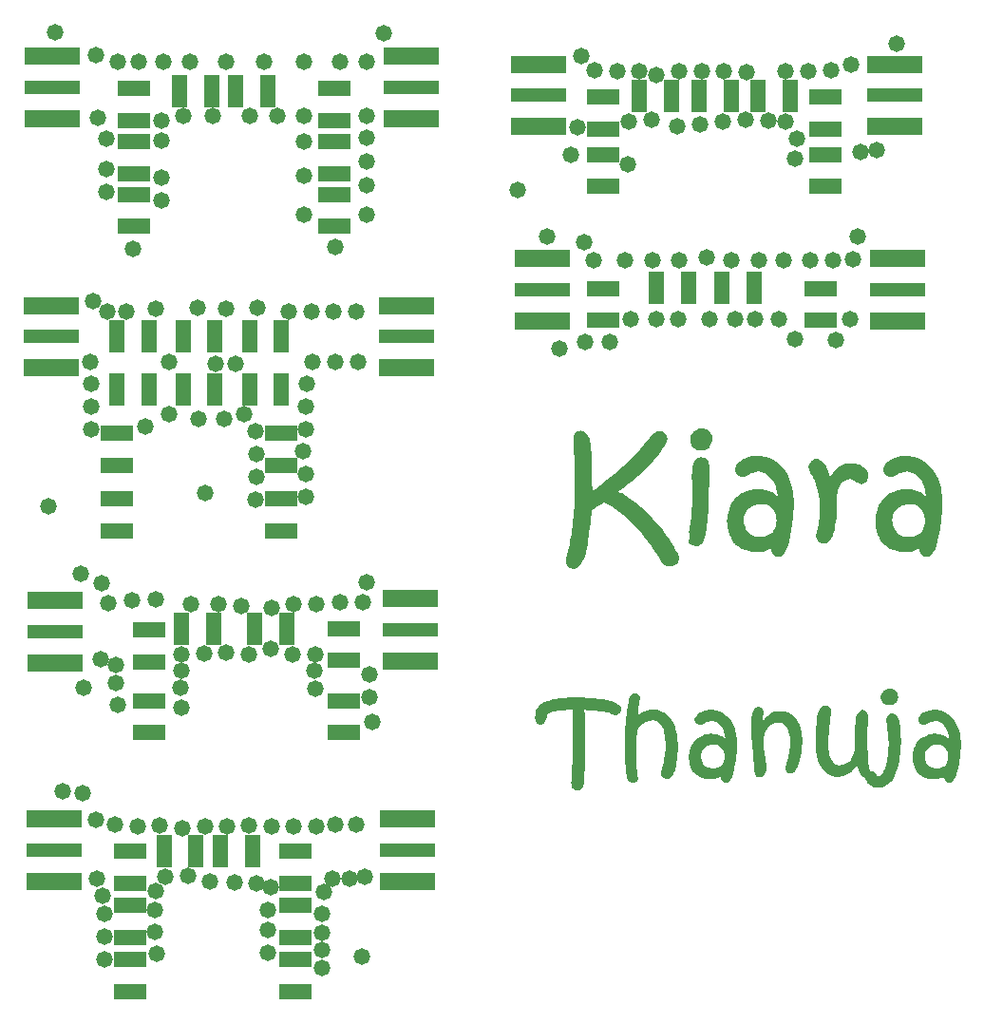
<source format=gbr>
%TF.GenerationSoftware,Altium Limited,Altium Designer,20.0.10 (225)*%
G04 Layer_Color=8388736*
%FSLAX26Y26*%
%MOIN*%
%TF.FileFunction,Soldermask,Top*%
%TF.Part,CustomerPanel*%
G01*
G75*
%TA.AperFunction,SMDPad,CuDef*%
%ADD12R,0.196850X0.062992*%
%ADD13R,0.196850X0.047244*%
%TA.AperFunction,ConnectorPad*%
%ADD16R,0.196850X0.047244*%
%ADD17R,0.196850X0.062992*%
%TA.AperFunction,ViaPad*%
%ADD21C,0.058000*%
%TA.AperFunction,SMDPad,CuDef*%
%ADD24R,0.114299X0.057213*%
%ADD25R,0.057213X0.114299*%
G36*
X2691869Y2299778D02*
X2695805Y2299122D01*
X2699742Y2297809D01*
X2704335Y2295841D01*
X2708927Y2293217D01*
X2712864Y2289280D01*
X2713520Y2288624D01*
X2714832Y2287312D01*
X2716144Y2285344D01*
X2718113Y2282063D01*
X2720081Y2278126D01*
X2722049Y2273534D01*
X2722706Y2267629D01*
X2723362Y2261724D01*
Y2261068D01*
Y2259756D01*
Y2257787D01*
X2722706Y2255819D01*
X2721393Y2249258D01*
X2718113Y2242041D01*
X2713520Y2234168D01*
X2710240Y2230887D01*
X2706303Y2228263D01*
X2701710Y2225639D01*
X2696461Y2223670D01*
X2690557Y2222358D01*
X2683340Y2221702D01*
X2680715D01*
X2677435Y2222358D01*
X2673498Y2223014D01*
X2669561Y2224326D01*
X2664969Y2226295D01*
X2660376Y2228919D01*
X2655783Y2232856D01*
X2655127Y2233512D01*
X2654471Y2234824D01*
X2652503Y2237448D01*
X2650535Y2240729D01*
X2648566Y2244665D01*
X2647254Y2249258D01*
X2645942Y2253851D01*
X2645286Y2259756D01*
Y2260412D01*
Y2262380D01*
X2645942Y2265661D01*
X2646598Y2269597D01*
X2647910Y2274190D01*
X2650535Y2278783D01*
X2653159Y2283375D01*
X2657095Y2287968D01*
X2657752Y2288624D01*
X2659064Y2289936D01*
X2661688Y2291905D01*
X2664969Y2294529D01*
X2669561Y2296497D01*
X2674154Y2298466D01*
X2680059Y2299778D01*
X2685964Y2300434D01*
X2688588D01*
X2691869Y2299778D01*
D02*
G37*
G36*
X3095370Y2192177D02*
X3100619Y2189553D01*
X3103900Y2187585D01*
X3107180Y2184960D01*
X3111117Y2181680D01*
X3115053Y2177087D01*
X3118334Y2171838D01*
X3122270Y2165934D01*
X3125551Y2158060D01*
X3129488Y2149531D01*
X3132768Y2139689D01*
X3135392Y2128536D01*
Y2129192D01*
X3136705Y2130504D01*
X3138017Y2133128D01*
X3139329Y2136409D01*
X3145234Y2144282D01*
X3153107Y2153468D01*
X3162949Y2161997D01*
X3168854Y2166590D01*
X3176071Y2169870D01*
X3183288Y2173151D01*
X3191161Y2175775D01*
X3200346Y2177087D01*
X3209532Y2177743D01*
X3214124D01*
X3218717Y2177087D01*
X3225278Y2176431D01*
X3231839Y2174463D01*
X3239712Y2172494D01*
X3246929Y2169214D01*
X3253490Y2164621D01*
X3254146Y2163965D01*
X3256115Y2161997D01*
X3259395Y2159372D01*
X3262676Y2155436D01*
X3265300Y2150843D01*
X3268581Y2145594D01*
X3270549Y2139033D01*
X3271205Y2131816D01*
Y2131160D01*
Y2129848D01*
X3270549Y2127880D01*
Y2125255D01*
X3267925Y2118694D01*
X3266613Y2115414D01*
X3263988Y2112133D01*
X3262676Y2110821D01*
X3259395Y2108197D01*
X3253490Y2105572D01*
X3250210Y2104916D01*
X3246273Y2104260D01*
X3244961D01*
X3241025Y2105572D01*
X3234464Y2108197D01*
X3230527Y2110165D01*
X3226590Y2113445D01*
X3225934Y2114102D01*
X3224622Y2114758D01*
X3222654Y2116070D01*
X3220029Y2118038D01*
X3213468Y2121319D01*
X3210188Y2121975D01*
X3207564Y2122631D01*
X3204283D01*
X3200346Y2121319D01*
X3195098Y2120006D01*
X3189849Y2118038D01*
X3183944Y2114102D01*
X3178039Y2109509D01*
X3172790Y2102948D01*
X3172134Y2102292D01*
X3170822Y2099667D01*
X3168854Y2095075D01*
X3166229Y2089170D01*
X3163605Y2081953D01*
X3161637Y2072767D01*
X3160324Y2062270D01*
X3159668Y2050460D01*
Y2017655D01*
Y2016999D01*
Y2015031D01*
Y2012406D01*
Y2008469D01*
X3159012Y2003877D01*
Y1998628D01*
X3158356Y1985506D01*
X3157044Y1971728D01*
X3154419Y1956638D01*
X3151795Y1942203D01*
X3147858Y1929081D01*
Y1928425D01*
X3147202Y1927769D01*
X3145890Y1923833D01*
X3142610Y1918584D01*
X3139329Y1912679D01*
X3134080Y1906118D01*
X3128831Y1900869D01*
X3122271Y1896932D01*
X3118990Y1896276D01*
X3115053Y1895620D01*
X3113741D01*
X3110461Y1896276D01*
X3106524Y1896932D01*
X3101275Y1898901D01*
X3096026Y1902181D01*
X3092090Y1907430D01*
X3088809Y1913991D01*
X3087497Y1923177D01*
Y1924489D01*
X3088153Y1926457D01*
Y1929081D01*
X3088809Y1933674D01*
X3090122Y1939579D01*
X3092090Y1946796D01*
X3094058Y1956638D01*
Y1957294D01*
X3094714Y1957950D01*
X3095370Y1961230D01*
X3096683Y1967135D01*
X3097995Y1974352D01*
X3099307Y1982226D01*
X3099963Y1991411D01*
X3101275Y2000596D01*
Y2009782D01*
Y2010438D01*
Y2013062D01*
Y2016343D01*
Y2020935D01*
X3100619Y2026840D01*
X3099963Y2033401D01*
Y2041274D01*
X3098651Y2049148D01*
X3096683Y2066862D01*
X3092746Y2084577D01*
X3088153Y2102948D01*
X3081592Y2119350D01*
Y2120006D01*
X3080936Y2121319D01*
X3079624Y2122631D01*
X3077656Y2125911D01*
X3075687Y2129848D01*
X3072407Y2135753D01*
X3067814Y2143626D01*
Y2144282D01*
X3066502Y2146251D01*
X3065846Y2148219D01*
X3064534Y2151499D01*
X3061909Y2158716D01*
X3061253Y2162653D01*
X3060597Y2165934D01*
Y2166590D01*
Y2167902D01*
X3061253Y2169214D01*
X3061909Y2171838D01*
X3064534Y2177743D01*
X3066502Y2181024D01*
X3069782Y2184304D01*
X3070439Y2184960D01*
X3071095Y2185617D01*
X3073063Y2186929D01*
X3075687Y2188897D01*
X3082248Y2191521D01*
X3086185Y2192177D01*
X3090122Y2192834D01*
X3091434D01*
X3095370Y2192177D01*
D02*
G37*
G36*
X3416859Y2202675D02*
X3424733Y2201363D01*
X3433918Y2198738D01*
X3444416Y2194802D01*
X3456225Y2189553D01*
X3468035Y2182992D01*
X3479189Y2173807D01*
X3490999Y2162653D01*
X3496247Y2156092D01*
X3501496Y2148875D01*
X3506089Y2141002D01*
X3510682Y2132472D01*
X3515274Y2123287D01*
X3518555Y2113445D01*
X3521835Y2102292D01*
X3525116Y2090482D01*
X3527084Y2078016D01*
X3529052Y2064238D01*
X3529709Y2049804D01*
X3530365Y2034714D01*
Y2034057D01*
Y2031433D01*
Y2028152D01*
Y2022904D01*
X3529709Y2016343D01*
X3529052Y2009126D01*
X3528396Y2000596D01*
X3527740Y1990755D01*
X3527084Y1980257D01*
X3525116Y1969103D01*
X3523804Y1957294D01*
X3521835Y1944828D01*
X3516587Y1918584D01*
X3510026Y1890371D01*
Y1889715D01*
X3509369Y1888403D01*
X3508713Y1886435D01*
X3508057Y1883811D01*
X3505433Y1877249D01*
X3501496Y1870032D01*
X3496904Y1862159D01*
X3490999Y1855598D01*
X3487062Y1852974D01*
X3483782Y1851005D01*
X3479845Y1849693D01*
X3475252Y1849037D01*
X3473940D01*
X3471316Y1849693D01*
X3467379Y1850349D01*
X3462786Y1852974D01*
X3457538Y1856254D01*
X3453601Y1861503D01*
X3450977Y1868720D01*
X3449664Y1872657D01*
Y1877906D01*
Y1878562D01*
Y1879218D01*
X3447040Y1877906D01*
X3443103Y1875281D01*
X3437198Y1873313D01*
X3429981Y1870688D01*
X3422108Y1868064D01*
X3412923Y1866752D01*
X3402425Y1866096D01*
X3397832D01*
X3393896Y1866752D01*
X3389959D01*
X3384711Y1867408D01*
X3373557Y1869376D01*
X3361091Y1873313D01*
X3347969Y1877906D01*
X3335503Y1885123D01*
X3328942Y1889059D01*
X3323693Y1894308D01*
Y1894964D01*
X3322381Y1895620D01*
X3321069Y1897589D01*
X3319101Y1899557D01*
X3314508Y1906118D01*
X3309915Y1915303D01*
X3304666Y1926457D01*
X3300074Y1940235D01*
X3296793Y1955982D01*
X3296137Y1965167D01*
X3295481Y1974352D01*
Y1975008D01*
Y1976321D01*
Y1979601D01*
X3296137Y1982882D01*
Y1987474D01*
X3296793Y1992067D01*
X3299418Y2003877D01*
X3302698Y2016999D01*
X3307947Y2030777D01*
X3315820Y2043899D01*
X3320413Y2050460D01*
X3325662Y2056365D01*
X3326318Y2057021D01*
X3326974Y2057677D01*
X3328942Y2058989D01*
X3331566Y2060957D01*
X3334191Y2063582D01*
X3338127Y2066206D01*
X3347313Y2072111D01*
X3359123Y2077360D01*
X3372901Y2082609D01*
X3389303Y2085889D01*
X3397832Y2087202D01*
X3411611D01*
X3414235Y2086545D01*
X3422108Y2085889D01*
X3431950Y2083921D01*
X3443103Y2080640D01*
X3453601Y2075392D01*
X3464099Y2068831D01*
X3473284Y2059645D01*
Y2060957D01*
Y2063582D01*
X3472628Y2067519D01*
X3471316Y2073423D01*
X3470003Y2079984D01*
X3468691Y2087858D01*
X3466067Y2095731D01*
X3462786Y2104260D01*
X3459506Y2112133D01*
X3454913Y2120006D01*
X3449008Y2127880D01*
X3442447Y2134441D01*
X3435230Y2140346D01*
X3426045Y2144282D01*
X3416203Y2147563D01*
X3405050Y2148219D01*
X3402425D01*
X3399801Y2147563D01*
X3395864Y2146907D01*
X3391271Y2146251D01*
X3386023Y2144282D01*
X3380118Y2142314D01*
X3373557Y2139033D01*
X3372901Y2138377D01*
X3370932Y2137721D01*
X3367652Y2136409D01*
X3364371Y2134441D01*
X3356498Y2131160D01*
X3352562Y2130504D01*
X3349937Y2129848D01*
X3347969D01*
X3346001Y2130504D01*
X3343376Y2131160D01*
X3337471Y2133128D01*
X3334191Y2135097D01*
X3330910Y2137721D01*
Y2138377D01*
X3329598Y2139033D01*
X3328286Y2141002D01*
X3326974Y2143626D01*
X3324349Y2149531D01*
X3323693Y2153468D01*
X3323037Y2157404D01*
Y2158060D01*
X3323693Y2160685D01*
X3324349Y2163965D01*
X3326318Y2167902D01*
X3328942Y2173151D01*
X3333535Y2178399D01*
X3339439Y2184304D01*
X3347313Y2189553D01*
X3348625Y2190209D01*
X3351905Y2191521D01*
X3356498Y2194146D01*
X3363715Y2196770D01*
X3372244Y2199395D01*
X3382086Y2202019D01*
X3393240Y2203331D01*
X3405050Y2203987D01*
X3410298D01*
X3416859Y2202675D01*
D02*
G37*
G36*
X2895916Y2202675D02*
X2903789Y2201363D01*
X2912974Y2198738D01*
X2923472Y2194802D01*
X2935282Y2189553D01*
X2947092Y2182992D01*
X2958245Y2173807D01*
X2970055Y2162653D01*
X2975304Y2156092D01*
X2980553Y2148875D01*
X2985146Y2141002D01*
X2989738Y2132472D01*
X2994331Y2123287D01*
X2997611Y2113445D01*
X3000892Y2102292D01*
X3004173Y2090482D01*
X3006141Y2078016D01*
X3008109Y2064238D01*
X3008765Y2049804D01*
X3009421Y2034713D01*
Y2034057D01*
Y2031433D01*
Y2028152D01*
Y2022904D01*
X3008765Y2016343D01*
X3008109Y2009126D01*
X3007453Y2000596D01*
X3006797Y1990755D01*
X3006141Y1980257D01*
X3004173Y1969103D01*
X3002860Y1957294D01*
X3000892Y1944828D01*
X2995643Y1918584D01*
X2989082Y1890371D01*
Y1889715D01*
X2988426Y1888403D01*
X2987770Y1886435D01*
X2987114Y1883810D01*
X2984490Y1877249D01*
X2980553Y1870032D01*
X2975960Y1862159D01*
X2970055Y1855598D01*
X2966119Y1852974D01*
X2962838Y1851005D01*
X2958902Y1849693D01*
X2954309Y1849037D01*
X2952997D01*
X2950372Y1849693D01*
X2946436Y1850349D01*
X2941843Y1852974D01*
X2936594Y1856254D01*
X2932658Y1861503D01*
X2930033Y1868720D01*
X2928721Y1872657D01*
Y1877906D01*
Y1878562D01*
Y1879218D01*
X2926097Y1877906D01*
X2922160Y1875281D01*
X2916255Y1873313D01*
X2909038Y1870688D01*
X2901165Y1868064D01*
X2891979Y1866752D01*
X2881482Y1866096D01*
X2876889D01*
X2872952Y1866752D01*
X2869016D01*
X2863767Y1867408D01*
X2852613Y1869376D01*
X2840148Y1873313D01*
X2827026Y1877906D01*
X2814560Y1885123D01*
X2807999Y1889059D01*
X2802750Y1894308D01*
Y1894964D01*
X2801438Y1895620D01*
X2800125Y1897589D01*
X2798157Y1899557D01*
X2793564Y1906118D01*
X2788972Y1915303D01*
X2783723Y1926457D01*
X2779130Y1940235D01*
X2775850Y1955981D01*
X2775194Y1965167D01*
X2774537Y1974352D01*
Y1975008D01*
Y1976321D01*
Y1979601D01*
X2775194Y1982881D01*
Y1987474D01*
X2775850Y1992067D01*
X2778474Y2003877D01*
X2781755Y2016999D01*
X2787003Y2030777D01*
X2794877Y2043899D01*
X2799469Y2050460D01*
X2804718Y2056365D01*
X2805374Y2057021D01*
X2806030Y2057677D01*
X2807999Y2058989D01*
X2810623Y2060957D01*
X2813247Y2063582D01*
X2817184Y2066206D01*
X2826369Y2072111D01*
X2838179Y2077360D01*
X2851957Y2082609D01*
X2868360Y2085889D01*
X2876889Y2087201D01*
X2890667D01*
X2893292Y2086545D01*
X2901165Y2085889D01*
X2911006Y2083921D01*
X2922160Y2080640D01*
X2932658Y2075392D01*
X2943155Y2068831D01*
X2952341Y2059645D01*
Y2060957D01*
Y2063582D01*
X2951684Y2067518D01*
X2950372Y2073423D01*
X2949060Y2079984D01*
X2947748Y2087858D01*
X2945124Y2095731D01*
X2941843Y2104260D01*
X2938562Y2112133D01*
X2933970Y2120006D01*
X2928065Y2127880D01*
X2921504Y2134441D01*
X2914287Y2140345D01*
X2905101Y2144282D01*
X2895260Y2147563D01*
X2884106Y2148219D01*
X2881482D01*
X2878857Y2147563D01*
X2874921Y2146907D01*
X2870328Y2146250D01*
X2865079Y2144282D01*
X2859174Y2142314D01*
X2852613Y2139033D01*
X2851957Y2138377D01*
X2849989Y2137721D01*
X2846709Y2136409D01*
X2843428Y2134441D01*
X2835555Y2131160D01*
X2831618Y2130504D01*
X2828994Y2129848D01*
X2827026D01*
X2825057Y2130504D01*
X2822433Y2131160D01*
X2816528Y2133128D01*
X2813247Y2135097D01*
X2809967Y2137721D01*
Y2138377D01*
X2808655Y2139033D01*
X2807343Y2141002D01*
X2806030Y2143626D01*
X2803406Y2149531D01*
X2802750Y2153468D01*
X2802094Y2157404D01*
Y2158060D01*
X2802750Y2160685D01*
X2803406Y2163965D01*
X2805374Y2167902D01*
X2807999Y2173151D01*
X2812591Y2178399D01*
X2818496Y2184304D01*
X2826369Y2189553D01*
X2827682Y2190209D01*
X2830962Y2191521D01*
X2835555Y2194146D01*
X2842772Y2196770D01*
X2851301Y2199394D01*
X2861143Y2202019D01*
X2872296Y2203331D01*
X2884106Y2203987D01*
X2889355D01*
X2895916Y2202675D01*
D02*
G37*
G36*
X2689244Y2198082D02*
X2693837Y2196770D01*
X2699086Y2194802D01*
X2703679Y2190865D01*
X2708271Y2184960D01*
X2710240Y2181680D01*
X2711552Y2177087D01*
X2712864Y2172494D01*
Y2166590D01*
Y2165933D01*
Y2164621D01*
Y2162653D01*
Y2160028D01*
Y2156748D01*
X2712864Y2152155D01*
Y2141658D01*
Y2129192D01*
X2712208Y2114758D01*
Y2099011D01*
X2711552Y2081953D01*
X2710896Y2064238D01*
X2710240Y2045867D01*
X2708271Y2009126D01*
X2706959Y1990755D01*
X2705647Y1973696D01*
X2703679Y1957950D01*
X2701710Y1943515D01*
Y1942203D01*
X2701054Y1938923D01*
X2699742Y1933674D01*
X2699086Y1927769D01*
X2697774Y1921208D01*
X2695805Y1915303D01*
X2694493Y1909398D01*
X2692525Y1905462D01*
X2691869Y1904806D01*
X2691213Y1902837D01*
X2688588Y1899557D01*
X2685964Y1896276D01*
X2682027Y1892996D01*
X2677435Y1889715D01*
X2672186Y1887747D01*
X2665625Y1887091D01*
X2663657D01*
X2661032Y1887747D01*
X2658408Y1888403D01*
X2651847Y1890371D01*
X2647910Y1892340D01*
X2644630Y1894964D01*
Y1895620D01*
X2643318Y1896276D01*
X2641349Y1900213D01*
X2640693Y1903493D01*
X2640037Y1906774D01*
X2640693Y1910710D01*
X2642005Y1914647D01*
X2642661Y1915303D01*
X2643318Y1916615D01*
X2643974Y1918584D01*
Y1921208D01*
Y1925145D01*
X2642661Y1929737D01*
X2640693Y1934986D01*
Y1935642D01*
X2641349Y1938267D01*
X2642661Y1942203D01*
X2643318Y1947452D01*
X2644630Y1954669D01*
X2645942Y1962542D01*
X2647254Y1971728D01*
X2648566Y1981569D01*
Y1982225D01*
Y1983538D01*
X2649222Y1985506D01*
Y1988130D01*
Y1991411D01*
X2649878Y1995347D01*
X2650535Y2005189D01*
X2651191Y2017655D01*
X2651847Y2031433D01*
X2652503Y2047179D01*
Y2064238D01*
Y2064894D01*
Y2067518D01*
Y2072111D01*
Y2077360D01*
Y2083921D01*
Y2091138D01*
X2651847Y2099011D01*
Y2107541D01*
Y2108853D01*
Y2111477D01*
Y2114758D01*
Y2119350D01*
X2651191Y2123943D01*
Y2127880D01*
Y2131160D01*
Y2132472D01*
Y2133128D01*
Y2133785D01*
Y2138377D01*
X2651847Y2144282D01*
Y2151499D01*
X2652503Y2158716D01*
X2653815Y2166590D01*
X2655127Y2173151D01*
X2657095Y2178399D01*
X2657752Y2179055D01*
X2658408Y2181680D01*
X2660376Y2184960D01*
X2663000Y2188897D01*
X2666937Y2192177D01*
X2671530Y2195458D01*
X2677435Y2198082D01*
X2684652Y2198738D01*
X2685964D01*
X2689244Y2198082D01*
D02*
G37*
G36*
X2266060Y2291248D02*
X2270653Y2289280D01*
X2277214Y2285343D01*
X2280494Y2282063D01*
X2283119Y2278782D01*
X2286399Y2274190D01*
X2289023Y2268941D01*
X2292304Y2262380D01*
X2294272Y2255163D01*
X2296240Y2246634D01*
X2297553Y2236792D01*
Y2235480D01*
Y2234168D01*
X2298209Y2231543D01*
Y2227607D01*
Y2222358D01*
X2298865Y2216453D01*
Y2208580D01*
X2299521Y2199394D01*
Y2188897D01*
X2300177Y2175775D01*
X2300833Y2161341D01*
X2300833Y2144282D01*
X2301489Y2125255D01*
Y2103604D01*
X2302146Y2092450D01*
Y2079984D01*
X2303458Y2080640D01*
X2306738Y2083265D01*
X2312643Y2087857D01*
X2320516Y2093106D01*
X2329702Y2100323D01*
X2340855Y2108853D01*
X2352665Y2118694D01*
X2365787Y2129192D01*
X2380221Y2141001D01*
X2394655Y2153467D01*
X2409746Y2167245D01*
X2424836Y2181024D01*
X2455017Y2211204D01*
X2469451Y2226951D01*
X2483229Y2243353D01*
Y2244009D01*
X2484541Y2244665D01*
X2487166Y2248602D01*
X2491758Y2253851D01*
X2497007Y2259756D01*
X2502256Y2266317D01*
X2506849Y2271566D01*
X2510785Y2276158D01*
X2512097Y2277470D01*
X2512753Y2278126D01*
X2513410Y2278783D01*
X2514722Y2280095D01*
X2517346Y2282063D01*
X2519971Y2284688D01*
X2523907Y2286656D01*
X2528500Y2288624D01*
X2533093Y2289936D01*
X2538341Y2290592D01*
X2539654D01*
X2542278Y2289936D01*
X2546871Y2289280D01*
X2552119Y2287312D01*
X2556712Y2284031D01*
X2561305Y2279439D01*
X2563929Y2272878D01*
X2565242Y2264348D01*
Y2263692D01*
Y2261724D01*
X2563929Y2258443D01*
X2562617Y2253851D01*
X2559993Y2247946D01*
X2556056Y2240073D01*
X2550807Y2231543D01*
X2544246Y2221046D01*
X2535061Y2208580D01*
X2523907Y2194802D01*
X2517346Y2187585D01*
X2510129Y2179711D01*
X2501600Y2171838D01*
X2493070Y2163309D01*
X2483885Y2154124D01*
X2474044Y2144282D01*
X2462890Y2134441D01*
X2451080Y2124599D01*
X2438614Y2113445D01*
X2424836Y2102292D01*
X2410402Y2090482D01*
X2394656Y2078672D01*
X2395312Y2078016D01*
X2397280Y2077360D01*
X2401217Y2074735D01*
X2405809Y2072111D01*
X2411714Y2068831D01*
X2418275Y2064238D01*
X2425492Y2059645D01*
X2434022Y2053740D01*
X2443207Y2047179D01*
X2452392Y2040618D01*
X2472075Y2024216D01*
X2492414Y2005845D01*
X2512754Y1985506D01*
X2513410Y1984850D01*
X2514722Y1983538D01*
X2517346Y1980913D01*
X2519971Y1976977D01*
X2523907Y1973040D01*
X2528500Y1967791D01*
X2533093Y1961886D01*
X2538341Y1955981D01*
X2549495Y1942203D01*
X2561305Y1926457D01*
X2572459Y1910710D01*
X2582956Y1894308D01*
Y1893652D01*
X2584269Y1892996D01*
X2584925Y1891027D01*
X2586893Y1888403D01*
X2590173Y1882498D01*
X2594766Y1874625D01*
X2598703Y1866752D01*
X2602639Y1858879D01*
X2605264Y1851005D01*
X2605920Y1845101D01*
Y1844444D01*
Y1843132D01*
X2605264Y1840508D01*
X2604608Y1837883D01*
X2601983Y1831322D01*
X2600015Y1827386D01*
X2596734Y1824105D01*
X2596078Y1823449D01*
X2595422Y1822793D01*
X2593454Y1821481D01*
X2590829Y1819513D01*
X2583612Y1816232D01*
X2579020Y1815576D01*
X2574427Y1814920D01*
X2571803D01*
X2569178Y1815576D01*
X2565898Y1816232D01*
X2561961Y1817544D01*
X2558024Y1819513D01*
X2554088Y1822137D01*
X2550807Y1825418D01*
X2550151Y1826074D01*
X2549495Y1827386D01*
X2546871Y1830010D01*
X2544246Y1834603D01*
X2540310Y1839852D01*
X2535061Y1847069D01*
X2529156Y1856254D01*
X2521939Y1867408D01*
Y1868064D01*
X2521283Y1868720D01*
X2518659Y1872657D01*
X2514722Y1879218D01*
X2509473Y1886435D01*
X2503568Y1894964D01*
X2497007Y1904149D01*
X2491102Y1912679D01*
X2484541Y1921208D01*
X2483885Y1922520D01*
X2481261Y1925145D01*
X2477980Y1929081D01*
X2472731Y1934986D01*
X2466171Y1942203D01*
X2458953Y1950076D01*
X2450424Y1958606D01*
X2440583Y1968447D01*
X2430741Y1978289D01*
X2419587Y1988130D01*
X2395312Y2007813D01*
X2382846Y2016999D01*
X2369724Y2026184D01*
X2356602Y2034057D01*
X2342824Y2041274D01*
X2341512Y2040618D01*
X2338231Y2037994D01*
X2333638Y2034713D01*
X2327733Y2030777D01*
X2320516Y2026184D01*
X2313299Y2021591D01*
X2306738Y2016999D01*
X2300177Y2013062D01*
Y2011750D01*
X2299521Y2008469D01*
Y2003220D01*
X2298865Y1996003D01*
X2297553Y1986818D01*
X2296897Y1976976D01*
X2295584Y1965823D01*
X2294272Y1954013D01*
X2290992Y1928425D01*
X2287711Y1902837D01*
X2285743Y1890371D01*
X2283119Y1878562D01*
X2281150Y1868064D01*
X2278526Y1858222D01*
Y1857566D01*
X2277870Y1856254D01*
X2277214Y1853630D01*
X2275901Y1850349D01*
X2272621Y1841820D01*
X2268028Y1832634D01*
X2262123Y1823449D01*
X2254250Y1814920D01*
X2250314Y1811639D01*
X2245721Y1809015D01*
X2240472Y1807703D01*
X2235223Y1807047D01*
X2233255D01*
X2231287Y1807703D01*
X2228662Y1808359D01*
X2222757Y1810983D01*
X2219477Y1812951D01*
X2216852Y1815576D01*
Y1816232D01*
X2215540Y1816888D01*
X2213572Y1820825D01*
X2210948Y1827386D01*
X2210291Y1831322D01*
X2209635Y1835259D01*
Y1835915D01*
Y1836571D01*
Y1838539D01*
X2210291Y1840508D01*
Y1843788D01*
X2210948Y1847725D01*
X2211604Y1852318D01*
X2212916Y1857566D01*
Y1858222D01*
X2213572Y1860847D01*
X2214884Y1864127D01*
X2216196Y1868064D01*
X2218165Y1875937D01*
X2219477Y1879218D01*
X2220133Y1881842D01*
Y1883154D01*
X2220789Y1885779D01*
X2222101Y1891027D01*
X2223414Y1898245D01*
X2224726Y1906774D01*
X2226694Y1916615D01*
X2228662Y1928425D01*
X2230631Y1942203D01*
X2232599Y1956637D01*
X2234567Y1972384D01*
X2236535Y1989442D01*
X2237848Y2007157D01*
X2239160Y2026184D01*
X2240472Y2045867D01*
X2241128Y2066206D01*
Y2087201D01*
Y2087857D01*
Y2089826D01*
Y2093106D01*
Y2097043D01*
Y2102292D01*
Y2108197D01*
Y2114758D01*
Y2122631D01*
X2240472Y2131160D01*
Y2139689D01*
X2239816Y2159372D01*
X2239160Y2179711D01*
X2238504Y2201363D01*
Y2202019D01*
Y2203987D01*
Y2206611D01*
X2237848Y2210548D01*
Y2214485D01*
Y2219733D01*
X2237191Y2230231D01*
X2236535Y2240729D01*
Y2245977D01*
Y2249914D01*
X2235879Y2253851D01*
Y2256475D01*
Y2258443D01*
Y2259099D01*
Y2259756D01*
Y2260412D01*
Y2264348D01*
Y2269597D01*
X2237191Y2275502D01*
X2239816Y2281407D01*
X2244409Y2286656D01*
X2247033Y2288624D01*
X2250970Y2290592D01*
X2255562Y2291248D01*
X2260811Y2291905D01*
X2262123D01*
X2266060Y2291248D01*
D02*
G37*
G36*
X3350143Y1386288D02*
X3354881Y1385340D01*
X3360567Y1383445D01*
X3365779Y1379654D01*
X3368148Y1377759D01*
X3370517Y1374916D01*
X3372412Y1371600D01*
X3373833Y1367809D01*
X3374781Y1363545D01*
X3375255Y1358333D01*
Y1357860D01*
Y1356438D01*
X3374781Y1354069D01*
X3374307Y1351226D01*
X3372886Y1347910D01*
X3371464Y1344119D01*
X3369095Y1340329D01*
X3366252Y1337012D01*
X3365779Y1336539D01*
X3364831Y1335591D01*
X3362936Y1334170D01*
X3360093Y1332748D01*
X3356776Y1331327D01*
X3352986Y1329905D01*
X3348722Y1328958D01*
X3343984Y1328484D01*
X3342089D01*
X3340193Y1328958D01*
X3337351Y1329432D01*
X3334034Y1330379D01*
X3330717Y1331801D01*
X3326927Y1333696D01*
X3323137Y1336539D01*
X3322663Y1337012D01*
X3321715Y1337960D01*
X3320294Y1339855D01*
X3318399Y1342224D01*
X3316503Y1345067D01*
X3315082Y1348384D01*
X3314134Y1351700D01*
X3313661Y1355491D01*
Y1355964D01*
Y1357860D01*
X3314134Y1360229D01*
X3314608Y1363071D01*
X3316030Y1366862D01*
X3317451Y1370652D01*
X3319820Y1374443D01*
X3322663Y1377759D01*
X3323137Y1378233D01*
X3324558Y1379181D01*
X3326453Y1380602D01*
X3329296Y1382497D01*
X3332613Y1383919D01*
X3336403Y1385340D01*
X3340667Y1386288D01*
X3345405Y1386761D01*
X3348248D01*
X3350143Y1386288D01*
D02*
G37*
G36*
X2261351Y1355490D02*
X2271301D01*
X2283146Y1354543D01*
X2296412Y1353595D01*
X2310626Y1352648D01*
X2325314Y1350752D01*
X2339528Y1348857D01*
X2353742Y1346014D01*
X2367008Y1342698D01*
X2378853Y1338908D01*
X2384065Y1336539D01*
X2388803Y1334169D01*
X2393067Y1331327D01*
X2396858Y1328484D01*
X2399700Y1325641D01*
X2401596Y1322324D01*
X2403017Y1319008D01*
X2403491Y1315217D01*
Y1314744D01*
Y1313796D01*
X2403017Y1312375D01*
X2402543Y1310006D01*
X2400648Y1305268D01*
X2399227Y1302425D01*
X2396858Y1300056D01*
X2396384Y1299582D01*
X2395910Y1299108D01*
X2394489Y1298161D01*
X2392593Y1296739D01*
X2387855Y1294370D01*
X2385486Y1293897D01*
X2382644Y1293423D01*
X2381696D01*
X2379327Y1293897D01*
X2375063Y1294844D01*
X2370325Y1296739D01*
X2369851D01*
X2368903Y1297213D01*
X2366534Y1298634D01*
X2365113Y1299582D01*
X2364639Y1300056D01*
X2364165Y1300530D01*
X2365113Y1301003D01*
X2364639D01*
X2363692Y1301477D01*
X2362270D01*
X2359901Y1302425D01*
X2356585Y1302899D01*
X2352794Y1303372D01*
X2348530Y1304320D01*
X2343318Y1305268D01*
X2337633Y1306215D01*
X2330526Y1306689D01*
X2323419Y1307637D01*
X2315364Y1308584D01*
X2306362Y1309532D01*
X2296412Y1310479D01*
X2285988Y1311427D01*
X2274617Y1312375D01*
Y1311427D01*
Y1308584D01*
Y1304794D01*
X2275091Y1299108D01*
Y1292475D01*
X2275565Y1284420D01*
Y1276366D01*
X2276039Y1266890D01*
X2276039Y1247464D01*
X2276512Y1228038D01*
X2276986Y1218562D01*
Y1209560D01*
Y1201505D01*
Y1193925D01*
Y1192977D01*
Y1190608D01*
Y1186818D01*
Y1181132D01*
Y1174973D01*
Y1167392D01*
X2276512Y1158863D01*
Y1149387D01*
X2276039Y1139438D01*
Y1129488D01*
X2275091Y1107693D01*
X2274144Y1085424D01*
X2273670Y1075001D01*
X2272722Y1064577D01*
Y1063630D01*
Y1061734D01*
X2272248Y1058418D01*
X2271774Y1054627D01*
X2269879Y1046099D01*
X2268458Y1042309D01*
X2267037Y1038992D01*
X2266563Y1038518D01*
X2266089Y1037571D01*
X2264668Y1035675D01*
X2262772Y1034254D01*
X2259930Y1032359D01*
X2257087Y1030464D01*
X2253296Y1029516D01*
X2249032Y1029042D01*
X2248084D01*
X2245715Y1029516D01*
X2242399Y1030464D01*
X2238608Y1032359D01*
X2234818Y1035675D01*
X2232923Y1038044D01*
X2231501Y1040413D01*
X2230080Y1043730D01*
X2229133Y1047047D01*
X2228659Y1051311D01*
X2228185Y1056049D01*
Y1056996D01*
Y1058892D01*
X2228659Y1060787D01*
Y1062682D01*
Y1065051D01*
Y1068368D01*
X2229133Y1072632D01*
X2229606Y1076896D01*
Y1082582D01*
X2230080Y1088741D01*
X2230554Y1096322D01*
X2231028Y1104376D01*
Y1104850D01*
Y1106745D01*
X2231501Y1109114D01*
Y1112431D01*
Y1116695D01*
X2231975Y1121907D01*
Y1127593D01*
X2232449Y1133752D01*
X2232923Y1140859D01*
Y1147966D01*
X2233397Y1164075D01*
X2233870Y1180658D01*
Y1198189D01*
Y1198663D01*
Y1199610D01*
Y1201032D01*
Y1203401D01*
Y1206717D01*
Y1210981D01*
Y1215719D01*
Y1221879D01*
X2233397Y1228986D01*
Y1237040D01*
Y1246516D01*
X2232923Y1256940D01*
X2232923Y1269259D01*
X2232449Y1282051D01*
Y1296739D01*
X2231975Y1312848D01*
X2226290D01*
X2222025Y1312375D01*
X2216814D01*
X2211128Y1311901D01*
X2204969Y1311427D01*
X2197862Y1310479D01*
X2183648Y1309058D01*
X2169434Y1306215D01*
X2162800Y1304794D01*
X2156167Y1302899D01*
X2150482Y1300530D01*
X2145270Y1298161D01*
Y1297687D01*
Y1296739D01*
X2144796Y1294844D01*
X2144322Y1292475D01*
X2142901Y1286316D01*
X2141006Y1279682D01*
X2137689Y1272575D01*
X2132951Y1266416D01*
X2130108Y1264047D01*
X2127265Y1262152D01*
X2123475Y1261204D01*
X2119685Y1260730D01*
X2118737D01*
X2116842Y1261204D01*
X2113999Y1262152D01*
X2110682Y1264047D01*
X2106892Y1266890D01*
X2104049Y1271628D01*
X2103102Y1274944D01*
X2102154Y1278261D01*
X2101206Y1282051D01*
Y1286789D01*
Y1287263D01*
Y1288685D01*
Y1290580D01*
X2101680Y1292949D01*
X2102154Y1296265D01*
X2102628Y1299582D01*
X2104523Y1307637D01*
X2107366Y1316165D01*
X2111630Y1324220D01*
X2114473Y1328010D01*
X2117789Y1331327D01*
X2121580Y1334643D01*
X2125844Y1337012D01*
X2126318D01*
X2127739Y1337960D01*
X2130108Y1338907D01*
X2133425Y1339855D01*
X2137689Y1341276D01*
X2142901Y1343172D01*
X2149060Y1344593D01*
X2155693Y1346488D01*
X2163748Y1348383D01*
X2172750Y1349805D01*
X2182700Y1351700D01*
X2193597Y1353121D01*
X2205442Y1354069D01*
X2218235Y1355017D01*
X2231975Y1355964D01*
X2257087D01*
X2261351Y1355490D01*
D02*
G37*
G36*
X3513604Y1311901D02*
X3519290Y1310953D01*
X3525923Y1309058D01*
X3533504Y1306216D01*
X3542032Y1302425D01*
X3550561Y1297687D01*
X3558615Y1291054D01*
X3567144Y1282999D01*
X3570934Y1278261D01*
X3574724Y1273050D01*
X3578041Y1267364D01*
X3581358Y1261205D01*
X3584674Y1254571D01*
X3587043Y1247464D01*
X3589412Y1239410D01*
X3591781Y1230881D01*
X3593203Y1221879D01*
X3594624Y1211929D01*
X3595098Y1201506D01*
X3595572Y1190608D01*
Y1190134D01*
Y1188239D01*
Y1185870D01*
Y1182080D01*
X3595098Y1177342D01*
X3594624Y1172130D01*
X3594150Y1165971D01*
X3593677Y1158864D01*
X3593203Y1151283D01*
X3591781Y1143228D01*
X3590834Y1134700D01*
X3589412Y1125698D01*
X3585622Y1106746D01*
X3580884Y1086372D01*
Y1085899D01*
X3580410Y1084951D01*
X3579936Y1083530D01*
X3579463Y1081634D01*
X3577567Y1076896D01*
X3574724Y1071685D01*
X3571408Y1065999D01*
X3567144Y1061261D01*
X3564301Y1059366D01*
X3561932Y1057944D01*
X3559089Y1056997D01*
X3555773Y1056523D01*
X3554825D01*
X3552930Y1056997D01*
X3550087Y1057470D01*
X3546770Y1059366D01*
X3542980Y1061735D01*
X3540137Y1065525D01*
X3538242Y1070737D01*
X3537294Y1073580D01*
Y1077370D01*
Y1077844D01*
Y1078318D01*
X3535399Y1077370D01*
X3532556Y1075475D01*
X3528292Y1074053D01*
X3523080Y1072158D01*
X3517395Y1070263D01*
X3510762Y1069315D01*
X3503181Y1068842D01*
X3499864D01*
X3497021Y1069315D01*
X3494178D01*
X3490388Y1069789D01*
X3482334Y1071211D01*
X3473331Y1074053D01*
X3463855Y1077370D01*
X3454853Y1082582D01*
X3450115Y1085425D01*
X3446325Y1089215D01*
Y1089689D01*
X3445377Y1090163D01*
X3444430Y1091584D01*
X3443008Y1093005D01*
X3439691Y1097743D01*
X3436375Y1104377D01*
X3432584Y1112431D01*
X3429268Y1122381D01*
X3426899Y1133752D01*
X3426425Y1140385D01*
X3425951Y1147019D01*
Y1147492D01*
Y1148440D01*
Y1150809D01*
X3426425Y1153178D01*
Y1156495D01*
X3426899Y1159811D01*
X3428794Y1168340D01*
X3431163Y1177816D01*
X3434954Y1187765D01*
X3440639Y1197241D01*
X3443956Y1201979D01*
X3447746Y1206244D01*
X3448220Y1206717D01*
X3448694Y1207191D01*
X3450115Y1208139D01*
X3452010Y1209560D01*
X3453905Y1211455D01*
X3456748Y1213351D01*
X3463381Y1217615D01*
X3471910Y1221405D01*
X3481860Y1225196D01*
X3493705Y1227565D01*
X3499864Y1228512D01*
X3509814D01*
X3511709Y1228038D01*
X3517395Y1227565D01*
X3524502Y1226143D01*
X3532556Y1223774D01*
X3540137Y1219984D01*
X3547718Y1215246D01*
X3554351Y1208613D01*
Y1209560D01*
Y1211456D01*
X3553877Y1214298D01*
X3552930Y1218562D01*
X3551982Y1223301D01*
X3551035Y1228986D01*
X3549139Y1234672D01*
X3546770Y1240831D01*
X3544401Y1246517D01*
X3541085Y1252202D01*
X3536820Y1257888D01*
X3532082Y1262626D01*
X3526871Y1266890D01*
X3520237Y1269733D01*
X3513130Y1272102D01*
X3505076Y1272576D01*
X3503181D01*
X3501285Y1272102D01*
X3498443Y1271628D01*
X3495126Y1271154D01*
X3491336Y1269733D01*
X3487071Y1268311D01*
X3482333Y1265942D01*
X3481860Y1265469D01*
X3480438Y1264995D01*
X3478069Y1264047D01*
X3475700Y1262626D01*
X3470015Y1260257D01*
X3467172Y1259783D01*
X3465277Y1259309D01*
X3463855D01*
X3462434Y1259783D01*
X3460539Y1260257D01*
X3456274Y1261678D01*
X3453905Y1263100D01*
X3451536Y1264995D01*
Y1265469D01*
X3450589Y1265942D01*
X3449641Y1267364D01*
X3448694Y1269259D01*
X3446798Y1273523D01*
X3446325Y1276366D01*
X3445851Y1279209D01*
Y1279683D01*
X3446325Y1281578D01*
X3446798Y1283947D01*
X3448220Y1286790D01*
X3450115Y1290580D01*
X3453432Y1294370D01*
X3457696Y1298635D01*
X3463381Y1302425D01*
X3464329Y1302899D01*
X3466698Y1303846D01*
X3470015Y1305742D01*
X3475226Y1307637D01*
X3481386Y1309532D01*
X3488493Y1311427D01*
X3496547Y1312375D01*
X3505076Y1312849D01*
X3508866D01*
X3513604Y1311901D01*
D02*
G37*
G36*
X2728518Y1311901D02*
X2734203Y1310953D01*
X2740836Y1309058D01*
X2748417Y1306215D01*
X2756946Y1302425D01*
X2765474Y1297687D01*
X2773529Y1291054D01*
X2782057Y1282999D01*
X2785847Y1278261D01*
X2789638Y1273049D01*
X2792954Y1267364D01*
X2796271Y1261204D01*
X2799588Y1254571D01*
X2801957Y1247464D01*
X2804326Y1239409D01*
X2806695Y1230881D01*
X2808116Y1221879D01*
X2809537Y1211929D01*
X2810011Y1201505D01*
X2810485Y1190608D01*
Y1190134D01*
Y1188239D01*
Y1185870D01*
Y1182080D01*
X2810011Y1177342D01*
X2809537Y1172130D01*
X2809064Y1165970D01*
X2808590Y1158863D01*
X2808116Y1151283D01*
X2806695Y1143228D01*
X2805747Y1134700D01*
X2804326Y1125697D01*
X2800535Y1106745D01*
X2795797Y1086372D01*
Y1085898D01*
X2795323Y1084951D01*
X2794850Y1083529D01*
X2794376Y1081634D01*
X2792481Y1076896D01*
X2789638Y1071684D01*
X2786321Y1065999D01*
X2782057Y1061261D01*
X2779214Y1059366D01*
X2776845Y1057944D01*
X2774003Y1056996D01*
X2770686Y1056523D01*
X2769738D01*
X2767843Y1056996D01*
X2765000Y1057470D01*
X2761684Y1059366D01*
X2757893Y1061735D01*
X2755050Y1065525D01*
X2753155Y1070737D01*
X2752208Y1073580D01*
Y1077370D01*
Y1077844D01*
Y1078318D01*
X2750312Y1077370D01*
X2747470Y1075475D01*
X2743206Y1074053D01*
X2737994Y1072158D01*
X2732308Y1070263D01*
X2725675Y1069315D01*
X2718094Y1068841D01*
X2714778D01*
X2711935Y1069315D01*
X2709092D01*
X2705302Y1069789D01*
X2697247Y1071210D01*
X2688245Y1074053D01*
X2678769Y1077370D01*
X2669767Y1082582D01*
X2665028Y1085425D01*
X2661238Y1089215D01*
Y1089689D01*
X2660291Y1090162D01*
X2659343Y1091584D01*
X2657921Y1093005D01*
X2654605Y1097743D01*
X2651288Y1104377D01*
X2647498Y1112431D01*
X2644181Y1122381D01*
X2641812Y1133752D01*
X2641338Y1140385D01*
X2640865Y1147018D01*
Y1147492D01*
Y1148440D01*
Y1150809D01*
X2641338Y1153178D01*
Y1156495D01*
X2641812Y1159811D01*
X2643707Y1168340D01*
X2646077Y1177815D01*
X2649867Y1187765D01*
X2655552Y1197241D01*
X2658869Y1201979D01*
X2662660Y1206244D01*
X2663133Y1206717D01*
X2663607Y1207191D01*
X2665028Y1208139D01*
X2666924Y1209560D01*
X2668819Y1211455D01*
X2671662Y1213351D01*
X2678295Y1217615D01*
X2686823Y1221405D01*
X2696773Y1225196D01*
X2708618Y1227564D01*
X2714778Y1228512D01*
X2724727D01*
X2726622Y1228038D01*
X2732308Y1227564D01*
X2739415Y1226143D01*
X2747470Y1223774D01*
X2755050Y1219984D01*
X2762631Y1215246D01*
X2769265Y1208612D01*
Y1209560D01*
Y1211455D01*
X2768791Y1214298D01*
X2767843Y1218562D01*
X2766896Y1223300D01*
X2765948Y1228986D01*
X2764053Y1234671D01*
X2761684Y1240831D01*
X2759315Y1246516D01*
X2755998Y1252202D01*
X2751734Y1257888D01*
X2746996Y1262626D01*
X2741784Y1266890D01*
X2735151Y1269733D01*
X2728044Y1272102D01*
X2719989Y1272575D01*
X2718094D01*
X2716199Y1272102D01*
X2713356Y1271628D01*
X2710039Y1271154D01*
X2706249Y1269733D01*
X2701985Y1268311D01*
X2697247Y1265942D01*
X2696773Y1265468D01*
X2695352Y1264995D01*
X2692983Y1264047D01*
X2690614Y1262626D01*
X2684928Y1260257D01*
X2682085Y1259783D01*
X2680190Y1259309D01*
X2678769D01*
X2677347Y1259783D01*
X2675452Y1260257D01*
X2671188Y1261678D01*
X2668819Y1263100D01*
X2666450Y1264995D01*
Y1265468D01*
X2665502Y1265942D01*
X2664555Y1267364D01*
X2663607Y1269259D01*
X2661712Y1273523D01*
X2661238Y1276366D01*
X2660764Y1279209D01*
Y1279682D01*
X2661238Y1281578D01*
X2661712Y1283947D01*
X2663133Y1286790D01*
X2665028Y1290580D01*
X2668345Y1294370D01*
X2672609Y1298634D01*
X2678295Y1302425D01*
X2679242Y1302899D01*
X2681611Y1303846D01*
X2684928Y1305742D01*
X2690140Y1307637D01*
X2696299Y1309532D01*
X2703406Y1311427D01*
X2711461Y1312375D01*
X2719989Y1312849D01*
X2723780D01*
X2728518Y1311901D01*
D02*
G37*
G36*
X2886293Y1323272D02*
X2888188D01*
X2892926Y1321377D01*
X2895295Y1319956D01*
X2897664Y1318060D01*
X2898138D01*
X2898612Y1317113D01*
X2900981Y1314744D01*
X2902876Y1310953D01*
X2903350Y1308584D01*
X2903824Y1306215D01*
Y1305268D01*
Y1304320D01*
X2903350Y1302899D01*
Y1300530D01*
X2902876Y1298161D01*
X2902402Y1294844D01*
X2901455Y1291054D01*
Y1290580D01*
X2900981Y1289159D01*
Y1287263D01*
X2900507Y1284894D01*
X2900033Y1278735D01*
X2899559Y1272575D01*
Y1272102D01*
X2900033Y1272575D01*
X2900507Y1273523D01*
X2901928Y1275418D01*
X2903350Y1277787D01*
X2905719Y1280630D01*
X2908088Y1283473D01*
X2911404Y1286790D01*
X2915195Y1290106D01*
X2923723Y1296739D01*
X2934147Y1302425D01*
X2940306Y1304794D01*
X2946466Y1306689D01*
X2953573Y1307637D01*
X2960680Y1308111D01*
X2964470D01*
X2966839Y1307637D01*
X2969682Y1307163D01*
X2973472Y1306689D01*
X2981527Y1304794D01*
X2991003Y1301477D01*
X2995741Y1299108D01*
X3000479Y1296739D01*
X3005217Y1293423D01*
X3009481Y1289632D01*
X3014219Y1285368D01*
X3018009Y1280630D01*
X3018483Y1280156D01*
X3018957Y1279209D01*
X3019905Y1277787D01*
X3021326Y1275418D01*
X3022747Y1273049D01*
X3024643Y1269259D01*
X3026538Y1265469D01*
X3028433Y1260731D01*
X3030328Y1255993D01*
X3032224Y1249833D01*
X3034119Y1243674D01*
X3035540Y1237041D01*
X3036961Y1229460D01*
X3037909Y1221405D01*
X3038857Y1212877D01*
Y1203875D01*
Y1203401D01*
Y1201979D01*
Y1199610D01*
Y1196294D01*
X3038383Y1192503D01*
X3037909Y1187765D01*
X3037435Y1182554D01*
X3036961Y1176868D01*
X3036488Y1170235D01*
X3035066Y1163602D01*
X3032697Y1148914D01*
X3028907Y1133278D01*
X3024169Y1117169D01*
Y1116695D01*
X3023695Y1115748D01*
X3023221Y1114326D01*
X3022274Y1112905D01*
X3020378Y1108167D01*
X3017536Y1102955D01*
X3014219Y1097743D01*
X3009955Y1093005D01*
X3007586Y1091584D01*
X3004743Y1090163D01*
X3002374Y1089215D01*
X2999531Y1088741D01*
X2998110D01*
X2996689Y1089215D01*
X2994320D01*
X2989581Y1091110D01*
X2987213Y1092058D01*
X2984843Y1093953D01*
Y1094427D01*
X2983896Y1094901D01*
X2982001Y1097743D01*
X2980106Y1101534D01*
X2979632Y1103903D01*
X2979158Y1106746D01*
Y1107693D01*
X2979632Y1109115D01*
X2980106Y1111484D01*
X2981053Y1115748D01*
X2982001Y1118591D01*
X2982948Y1121433D01*
X2983896Y1125224D01*
X2984843Y1129488D01*
X2986265Y1134226D01*
X2987686Y1139912D01*
Y1140385D01*
X2988160Y1141333D01*
X2988634Y1143228D01*
X2989108Y1145123D01*
X2989581Y1147966D01*
X2990529Y1151283D01*
X2992424Y1159337D01*
X2993846Y1168813D01*
X2995267Y1179237D01*
X2996215Y1190134D01*
X2996689Y1201506D01*
Y1202453D01*
Y1204348D01*
X2996215Y1207665D01*
Y1211929D01*
X2995267Y1217141D01*
X2994793Y1222827D01*
X2991477Y1235145D01*
X2989581Y1241305D01*
X2986739Y1246990D01*
X2983422Y1252676D01*
X2979632Y1257888D01*
X2974894Y1262152D01*
X2969682Y1265469D01*
X2963522Y1267364D01*
X2956415Y1268311D01*
X2955468D01*
X2952625Y1267838D01*
X2948361Y1267364D01*
X2942675Y1265942D01*
X2936516Y1264047D01*
X2930356Y1260730D01*
X2923723Y1256466D01*
X2918038Y1250781D01*
X2917564Y1249833D01*
X2915669Y1247464D01*
X2913300Y1243674D01*
X2910457Y1237988D01*
X2907614Y1231355D01*
X2905245Y1222826D01*
X2903350Y1213351D01*
X2902876Y1202927D01*
Y1201979D01*
Y1199610D01*
X2903350Y1195820D01*
Y1190134D01*
X2903824Y1183501D01*
X2904771Y1174973D01*
X2906193Y1165023D01*
X2907614Y1154126D01*
Y1153652D01*
X2908088Y1152704D01*
Y1151283D01*
X2908562Y1148914D01*
X2909509Y1143702D01*
X2910457Y1137069D01*
X2911405Y1129488D01*
X2911878Y1122381D01*
X2912826Y1115274D01*
Y1109588D01*
Y1109114D01*
Y1108167D01*
Y1106272D01*
X2912352Y1104377D01*
X2911878Y1098691D01*
X2909983Y1092532D01*
X2907614Y1085898D01*
X2903824Y1080213D01*
X2900981Y1078318D01*
X2898138Y1076422D01*
X2894822Y1075475D01*
X2891031Y1075001D01*
X2889136D01*
X2887241Y1075475D01*
X2884872D01*
X2880134Y1077370D01*
X2877765Y1078318D01*
X2875869Y1080213D01*
X2875396Y1081160D01*
X2874922Y1082108D01*
X2873974Y1083529D01*
X2873027Y1085425D01*
X2872079Y1087793D01*
X2871605Y1091110D01*
X2870658Y1094900D01*
Y1095374D01*
Y1097270D01*
Y1099165D01*
X2870184Y1101060D01*
Y1103903D01*
X2869710Y1107219D01*
Y1111010D01*
X2869236Y1115274D01*
X2868762Y1120486D01*
X2868289Y1126645D01*
X2867815Y1133278D01*
X2867341Y1140859D01*
X2866867Y1149388D01*
X2865920Y1158863D01*
Y1159811D01*
X2865446Y1162180D01*
Y1165970D01*
X2864972Y1171182D01*
X2864498Y1177342D01*
X2863551Y1184449D01*
X2863077Y1192030D01*
X2862603Y1200084D01*
X2861182Y1217615D01*
X2859760Y1235619D01*
X2859287Y1243674D01*
Y1251728D01*
X2858813Y1258835D01*
Y1265468D01*
Y1265942D01*
Y1267838D01*
Y1270680D01*
X2859286Y1274471D01*
X2859760Y1279209D01*
X2860234Y1283947D01*
X2862129Y1294844D01*
X2864972Y1305268D01*
X2866867Y1310479D01*
X2869236Y1314744D01*
X2872079Y1318534D01*
X2875396Y1321377D01*
X2879186Y1323272D01*
X2883450Y1323746D01*
X2884872D01*
X2886293Y1323272D01*
D02*
G37*
G36*
X2454661Y1370652D02*
X2457030Y1370178D01*
X2461294Y1368283D01*
X2463663Y1366862D01*
X2466032Y1364493D01*
X2466506Y1364019D01*
X2466980Y1363545D01*
X2467928Y1362124D01*
X2468875Y1360228D01*
X2469349Y1358333D01*
X2469823Y1355491D01*
X2469349Y1352648D01*
X2468401Y1349331D01*
X2467928Y1347910D01*
X2467454Y1346962D01*
X2466980Y1345541D01*
X2466506Y1343646D01*
Y1341276D01*
X2466032Y1337960D01*
X2465559Y1334169D01*
X2465085Y1329431D01*
X2464611Y1324220D01*
X2464137Y1318060D01*
X2463663Y1310479D01*
X2463190Y1302425D01*
X2462740Y1293435D01*
X2463663Y1293897D01*
X2466032Y1296265D01*
X2470297Y1300056D01*
X2476456Y1303846D01*
X2484037Y1307637D01*
X2493513Y1311427D01*
X2504410Y1313796D01*
X2510096Y1314744D01*
X2517677D01*
X2520519Y1314270D01*
X2524784Y1313796D01*
X2529995Y1312849D01*
X2536629Y1310953D01*
X2543736Y1308111D01*
X2551790Y1303846D01*
X2559845Y1298634D01*
X2567426Y1291527D01*
X2571690Y1287263D01*
X2575480Y1282999D01*
X2579271Y1277787D01*
X2582587Y1272575D01*
X2585904Y1266416D01*
X2589220Y1259783D01*
X2592063Y1252676D01*
X2594432Y1245095D01*
X2596801Y1236567D01*
X2598697Y1227564D01*
X2600592Y1217615D01*
X2601539Y1207191D01*
X2602487Y1196294D01*
Y1184449D01*
Y1183975D01*
Y1182080D01*
Y1179237D01*
Y1175920D01*
X2602013Y1171182D01*
Y1166444D01*
X2601539Y1160759D01*
X2601066Y1154599D01*
X2600118Y1140859D01*
X2598223Y1127119D01*
X2595380Y1113379D01*
X2593959Y1106745D01*
X2592063Y1100586D01*
Y1100112D01*
X2591590Y1099165D01*
X2591116Y1097743D01*
X2590168Y1095848D01*
X2587799Y1090636D01*
X2584956Y1084951D01*
X2580692Y1078791D01*
X2575954Y1074053D01*
X2573585Y1071684D01*
X2570742Y1070263D01*
X2567899Y1069315D01*
X2564583Y1068841D01*
X2563162D01*
X2561266Y1069315D01*
X2558897Y1069789D01*
X2553686Y1071684D01*
X2551316Y1073106D01*
X2548474Y1075001D01*
X2548000Y1075475D01*
X2547526Y1075948D01*
X2545157Y1078791D01*
X2542788Y1083529D01*
X2542314Y1086372D01*
X2541840Y1089215D01*
Y1089689D01*
X2542314Y1091110D01*
X2542788Y1093005D01*
X2543736Y1096796D01*
X2544683Y1099165D01*
X2545631Y1102481D01*
X2546579Y1105798D01*
X2547526Y1110062D01*
X2548948Y1114800D01*
X2550369Y1120486D01*
Y1120959D01*
X2550843Y1121907D01*
X2551316Y1123802D01*
X2551790Y1126171D01*
X2552264Y1129014D01*
X2553212Y1132331D01*
X2554633Y1140385D01*
X2556055Y1149861D01*
X2557476Y1160759D01*
X2558423Y1172604D01*
X2558897Y1184449D01*
Y1184922D01*
Y1186344D01*
Y1189187D01*
Y1192503D01*
X2558423Y1196294D01*
Y1200558D01*
X2557476Y1210982D01*
X2556055Y1222353D01*
X2554159Y1234198D01*
X2551790Y1245095D01*
X2549895Y1249833D01*
X2548000Y1254097D01*
Y1254571D01*
X2547526Y1255045D01*
X2546105Y1257414D01*
X2543262Y1260730D01*
X2539471Y1264521D01*
X2534733Y1268311D01*
X2529048Y1271628D01*
X2521941Y1273997D01*
X2517677Y1274945D01*
X2511043D01*
X2508674Y1274471D01*
X2505358Y1273997D01*
X2501094Y1273523D01*
X2496829Y1272102D01*
X2492091Y1270680D01*
X2486880Y1268311D01*
X2486406Y1267838D01*
X2484511Y1267364D01*
X2482142Y1265942D01*
X2479299Y1264047D01*
X2473139Y1259309D01*
X2469823Y1256940D01*
X2466980Y1253623D01*
X2466506Y1253150D01*
X2465559Y1251728D01*
X2464137Y1248886D01*
X2462716Y1245095D01*
X2460821Y1240357D01*
X2459399Y1234198D01*
X2458452Y1227091D01*
X2457978Y1219036D01*
Y1207665D01*
Y1207191D01*
Y1205770D01*
Y1202927D01*
Y1199610D01*
Y1195820D01*
Y1190608D01*
Y1185396D01*
Y1179237D01*
Y1172604D01*
Y1165970D01*
Y1151283D01*
Y1135647D01*
Y1120012D01*
Y1119538D01*
Y1118117D01*
Y1116222D01*
Y1113379D01*
Y1110536D01*
Y1106745D01*
X2458452Y1099165D01*
X2458925Y1091584D01*
X2459399Y1084951D01*
X2459873Y1082108D01*
X2460347Y1079739D01*
X2461294Y1078318D01*
X2461768Y1077844D01*
Y1076896D01*
X2462242Y1074527D01*
X2461768Y1071210D01*
X2461294Y1067420D01*
X2459399Y1063156D01*
X2456083Y1059839D01*
X2454188Y1058418D01*
X2451345Y1057470D01*
X2448502Y1056996D01*
X2444711Y1056523D01*
X2442816D01*
X2440921Y1056996D01*
X2438552Y1057470D01*
X2435709Y1058418D01*
X2432867Y1059839D01*
X2430497Y1061735D01*
X2428128Y1064103D01*
Y1064577D01*
X2427655Y1065525D01*
X2426707Y1066946D01*
X2425760Y1069315D01*
X2424812Y1072158D01*
X2423864Y1075948D01*
X2422917Y1080687D01*
X2421969Y1085898D01*
Y1086372D01*
X2421495Y1087793D01*
Y1090162D01*
X2421021Y1093479D01*
X2420548Y1097743D01*
X2420074Y1102955D01*
X2419600Y1108641D01*
X2419126Y1115748D01*
X2418179Y1123329D01*
X2417705Y1131857D01*
X2417231Y1140859D01*
X2416757Y1150809D01*
X2416284Y1161706D01*
Y1173078D01*
X2415810Y1185396D01*
Y1198189D01*
Y1199137D01*
Y1201032D01*
Y1204348D01*
Y1209086D01*
X2416284Y1214772D01*
X2416757Y1221879D01*
Y1229934D01*
X2417705Y1238936D01*
X2418179Y1248886D01*
X2419126Y1259309D01*
X2420074Y1271154D01*
X2421495Y1283473D01*
X2422917Y1296739D01*
X2424812Y1310479D01*
X2426707Y1324694D01*
X2429076Y1339381D01*
Y1340329D01*
X2429550Y1342224D01*
X2430024Y1344593D01*
X2430971Y1347910D01*
X2432866Y1355017D01*
X2433814Y1358333D01*
X2434762Y1360702D01*
X2435235Y1361176D01*
X2435709Y1362124D01*
X2437131Y1364019D01*
X2439026Y1365914D01*
X2441395Y1367809D01*
X2444238Y1369705D01*
X2447554Y1370652D01*
X2451818Y1371126D01*
X2453240D01*
X2454661Y1370652D01*
D02*
G37*
G36*
X3122719Y1328010D02*
X3124614Y1327536D01*
X3129352Y1326115D01*
X3131721Y1324220D01*
X3134090Y1322325D01*
X3134564Y1321851D01*
X3135038Y1321377D01*
X3137407Y1318534D01*
X3139302Y1314270D01*
X3139776Y1311427D01*
X3140250Y1308584D01*
Y1308111D01*
Y1307163D01*
X3139776Y1304794D01*
Y1301004D01*
X3139302Y1298161D01*
X3138828Y1295318D01*
X3138355Y1291528D01*
X3137881Y1287263D01*
X3137407Y1282525D01*
X3136933Y1277314D01*
X3135986Y1271154D01*
X3135038Y1264047D01*
Y1263573D01*
Y1262152D01*
X3134564Y1260257D01*
X3134090Y1257414D01*
X3133617Y1254097D01*
Y1249833D01*
X3133143Y1245569D01*
X3132669Y1240357D01*
X3131722Y1229460D01*
X3130774Y1217141D01*
X3130300Y1204348D01*
X3129826Y1191556D01*
Y1190608D01*
Y1188239D01*
X3130300Y1184923D01*
Y1180185D01*
X3131248Y1174499D01*
X3131722Y1168340D01*
X3134564Y1155073D01*
X3136459Y1147966D01*
X3139302Y1141333D01*
X3142145Y1135174D01*
X3145936Y1129488D01*
X3150200Y1124750D01*
X3155412Y1121433D01*
X3161571Y1119064D01*
X3168204Y1118117D01*
X3170573D01*
X3172468Y1118591D01*
X3176733Y1119064D01*
X3182892Y1120486D01*
X3189051Y1122855D01*
X3195684Y1126645D01*
X3202318Y1131383D01*
X3208477Y1138016D01*
Y1138490D01*
X3208951Y1138964D01*
X3210846Y1141807D01*
X3213215Y1146545D01*
X3216532Y1153178D01*
X3219374Y1161233D01*
X3221744Y1171182D01*
X3223639Y1183027D01*
X3224113Y1196294D01*
Y1206717D01*
Y1207191D01*
Y1209560D01*
Y1212403D01*
Y1216667D01*
Y1221405D01*
Y1227091D01*
X3224586Y1233250D01*
Y1239410D01*
Y1252676D01*
X3225534Y1265469D01*
Y1271628D01*
X3226008Y1276840D01*
X3226481Y1281578D01*
X3226955Y1285368D01*
Y1285842D01*
X3227429Y1286316D01*
Y1287737D01*
X3227903Y1289632D01*
X3229324Y1293897D01*
X3231693Y1299108D01*
X3235010Y1303846D01*
X3238800Y1308111D01*
X3241643Y1310006D01*
X3244012Y1311427D01*
X3247329Y1311901D01*
X3250645Y1312375D01*
X3251593D01*
X3253488Y1311901D01*
X3256805Y1310953D01*
X3260595Y1309532D01*
X3263912Y1306215D01*
X3267228Y1301951D01*
X3268176Y1299108D01*
X3269123Y1295792D01*
X3270071Y1292001D01*
Y1287737D01*
Y1286790D01*
Y1285368D01*
Y1282999D01*
X3269597Y1279683D01*
Y1274945D01*
X3269123Y1268785D01*
Y1264995D01*
X3268650Y1260731D01*
Y1260257D01*
Y1259783D01*
X3268650Y1256940D01*
X3268176Y1252202D01*
Y1246517D01*
X3267702Y1239883D01*
Y1232776D01*
X3267228Y1217141D01*
Y1216667D01*
Y1215246D01*
Y1212877D01*
Y1209560D01*
Y1205296D01*
Y1200558D01*
X3267702Y1195346D01*
Y1189661D01*
Y1176868D01*
X3268650Y1162654D01*
X3269124Y1148440D01*
X3270071Y1134226D01*
Y1133752D01*
Y1132805D01*
X3270545Y1130909D01*
Y1128540D01*
X3271492Y1122855D01*
X3272440Y1115748D01*
X3273388Y1109115D01*
X3274335Y1103429D01*
X3275283Y1101534D01*
X3275757Y1099639D01*
X3276704Y1098691D01*
X3277178D01*
Y1098217D01*
X3277652Y1097270D01*
X3277936Y1096132D01*
X3279073Y1096322D01*
X3282390Y1096796D01*
X3284285D01*
X3286180Y1096322D01*
X3288549Y1095848D01*
X3290918Y1094427D01*
X3293761Y1093005D01*
X3296130Y1090636D01*
X3298025Y1087320D01*
Y1086846D01*
X3298973Y1085898D01*
X3300868Y1083056D01*
X3303237Y1079739D01*
X3304659Y1078791D01*
X3305606Y1078318D01*
X3306080D01*
X3307501Y1078791D01*
X3309870Y1079739D01*
X3313187Y1082108D01*
X3316503Y1085425D01*
X3318399Y1087794D01*
X3320294Y1090163D01*
X3322663Y1093479D01*
X3324558Y1097270D01*
X3326927Y1101534D01*
X3328822Y1106746D01*
Y1107219D01*
X3329296Y1108167D01*
X3330244Y1110062D01*
X3330718Y1112905D01*
X3331665Y1116222D01*
X3333086Y1120012D01*
X3334034Y1124276D01*
X3335456Y1129488D01*
X3336403Y1135647D01*
X3337351Y1141807D01*
X3338772Y1148914D01*
X3339720Y1156021D01*
X3340667Y1164075D01*
X3341141Y1172604D01*
X3341615Y1190608D01*
Y1191082D01*
Y1191556D01*
Y1194399D01*
Y1199137D01*
X3341141Y1205296D01*
X3340667Y1212877D01*
X3340193Y1221405D01*
X3339246Y1231355D01*
X3337825Y1241779D01*
Y1242252D01*
Y1243200D01*
X3337351Y1244621D01*
Y1246517D01*
X3336877Y1251728D01*
X3335929Y1257414D01*
X3335455Y1264047D01*
X3334508Y1270207D01*
X3334034Y1274945D01*
Y1277314D01*
Y1278735D01*
Y1279209D01*
Y1279683D01*
X3334508Y1282052D01*
X3334982Y1285842D01*
X3336403Y1290106D01*
X3338772Y1293897D01*
X3342089Y1297687D01*
X3346827Y1300056D01*
X3350143Y1301004D01*
X3354407D01*
X3356776Y1300530D01*
X3359619Y1299582D01*
X3363883Y1297687D01*
X3368148Y1294844D01*
X3372412Y1290106D01*
X3374307Y1287263D01*
X3376202Y1283947D01*
X3377624Y1280156D01*
X3379045Y1275418D01*
Y1274945D01*
X3379519Y1274471D01*
Y1273049D01*
X3379993Y1271154D01*
X3380466Y1268785D01*
X3380940Y1265469D01*
X3381414Y1262152D01*
X3382362Y1257888D01*
X3382836Y1252676D01*
X3383309Y1247464D01*
X3383783Y1241305D01*
X3384257Y1234672D01*
X3384731Y1227091D01*
Y1219036D01*
X3385204Y1210034D01*
Y1200558D01*
Y1199610D01*
Y1197241D01*
Y1193451D01*
X3384731Y1187765D01*
Y1181606D01*
X3384257Y1174025D01*
X3383309Y1165971D01*
X3382362Y1156968D01*
X3381414Y1147492D01*
X3379993Y1138016D01*
X3376202Y1118117D01*
X3370990Y1098691D01*
X3367674Y1089689D01*
X3363883Y1081160D01*
Y1080687D01*
X3362936Y1079265D01*
X3361515Y1077370D01*
X3360093Y1074527D01*
X3358198Y1071211D01*
X3355355Y1067894D01*
X3349196Y1059839D01*
X3340667Y1052259D01*
X3336403Y1048468D01*
X3331191Y1045152D01*
X3325506Y1042309D01*
X3319820Y1040414D01*
X3313661Y1038992D01*
X3307028Y1038518D01*
X3303711D01*
X3300394Y1038992D01*
X3296130Y1039940D01*
X3290918Y1041361D01*
X3285706Y1043730D01*
X3280021Y1046573D01*
X3274809Y1050363D01*
X3274335Y1050837D01*
X3272914Y1052259D01*
X3270545Y1054628D01*
X3268176Y1057944D01*
X3265333Y1061735D01*
X3263438Y1065999D01*
X3261543Y1070737D01*
X3261166Y1074880D01*
X3258700Y1074527D01*
X3257752D01*
X3255857Y1075001D01*
X3252541Y1076896D01*
X3250645Y1078318D01*
X3248750Y1080213D01*
X3246855Y1082582D01*
X3244486Y1085425D01*
X3242117Y1088741D01*
X3240222Y1093005D01*
X3237853Y1098217D01*
X3235957Y1103903D01*
X3234062Y1111010D01*
X3232167Y1118591D01*
X3231693Y1118117D01*
X3230746Y1116695D01*
X3229324Y1114800D01*
X3227429Y1111957D01*
X3224586Y1109115D01*
X3221744Y1105324D01*
X3217953Y1101534D01*
X3213689Y1097743D01*
X3208477Y1093953D01*
X3203265Y1090163D01*
X3197580Y1086372D01*
X3190947Y1083529D01*
X3184313Y1080687D01*
X3176733Y1078791D01*
X3169152Y1077370D01*
X3160623Y1076896D01*
X3159676D01*
X3157307Y1077370D01*
X3153516Y1077844D01*
X3148778Y1078791D01*
X3143093Y1080687D01*
X3136933Y1083056D01*
X3130300Y1086846D01*
X3123193Y1091584D01*
X3116086Y1098217D01*
X3109453Y1105798D01*
X3106136Y1110536D01*
X3103294Y1115274D01*
X3099977Y1120960D01*
X3097608Y1127119D01*
X3094765Y1133278D01*
X3092870Y1140385D01*
X3090501Y1147966D01*
X3089079Y1156495D01*
X3087658Y1165023D01*
X3086711Y1174499D01*
X3085763Y1184449D01*
Y1195346D01*
Y1195820D01*
Y1198189D01*
Y1201032D01*
Y1205296D01*
X3086237Y1210508D01*
Y1216193D01*
Y1223300D01*
X3086711Y1230407D01*
X3087184Y1238462D01*
X3087658Y1246517D01*
X3089079Y1264047D01*
X3090975Y1281578D01*
X3093344Y1298635D01*
Y1299108D01*
X3093817Y1300056D01*
Y1301477D01*
X3094291Y1303373D01*
X3096186Y1308111D01*
X3098555Y1313796D01*
X3101872Y1319008D01*
X3106610Y1323746D01*
X3109453Y1325641D01*
X3112296Y1327063D01*
X3116086Y1328010D01*
X3119876Y1328484D01*
X3121298D01*
X3122719Y1328010D01*
D02*
G37*
%LPC*%
G36*
X3414235Y2034714D02*
X3411611D01*
X3408986Y2034057D01*
X3405050D01*
X3400457Y2032745D01*
X3395208Y2031433D01*
X3389959Y2030121D01*
X3384711Y2027496D01*
X3378806Y2024216D01*
X3373557Y2020935D01*
X3368308Y2015687D01*
X3363715Y2010438D01*
X3359779Y2003877D01*
X3357154Y1996004D01*
X3355186Y1987474D01*
X3354530Y1976977D01*
Y1976321D01*
Y1974352D01*
X3355186Y1971728D01*
Y1967791D01*
X3356498Y1963199D01*
X3357810Y1958606D01*
X3359779Y1953357D01*
X3361747Y1948108D01*
X3365028Y1942203D01*
X3368964Y1936955D01*
X3374213Y1932362D01*
X3379462Y1927769D01*
X3386679Y1923833D01*
X3394552Y1921208D01*
X3403737Y1919240D01*
X3414235Y1918584D01*
X3418172D01*
X3423420Y1919240D01*
X3428669Y1920552D01*
X3435230Y1922520D01*
X3441791Y1925145D01*
X3448352Y1928425D01*
X3454257Y1933674D01*
X3454913Y1934330D01*
X3456881Y1936299D01*
X3458850Y1940235D01*
X3462130Y1944828D01*
X3464755Y1950733D01*
X3466723Y1957950D01*
X3468691Y1966479D01*
X3469347Y1976321D01*
Y1976977D01*
Y1978945D01*
X3468691Y1981569D01*
Y1985506D01*
X3467379Y1990099D01*
X3466723Y1994691D01*
X3462786Y2005845D01*
X3459506Y2011094D01*
X3456225Y2016343D01*
X3451633Y2020935D01*
X3446384Y2025528D01*
X3439823Y2029465D01*
X3432606Y2032089D01*
X3424077Y2034057D01*
X3414235Y2034714D01*
D02*
G37*
G36*
X3450320Y1880530D02*
X3449664D01*
Y1879874D01*
Y1879218D01*
X3450320Y1879874D01*
Y1880530D01*
D02*
G37*
G36*
X2893292Y2034713D02*
X2890667D01*
X2888043Y2034057D01*
X2884106D01*
X2879514Y2032745D01*
X2874265Y2031433D01*
X2869016Y2030121D01*
X2863767Y2027496D01*
X2857862Y2024216D01*
X2852613Y2020935D01*
X2847365Y2015687D01*
X2842772Y2010438D01*
X2838835Y2003877D01*
X2836211Y1996004D01*
X2834243Y1987474D01*
X2833586Y1976977D01*
Y1976321D01*
Y1974352D01*
X2834243Y1971728D01*
Y1967791D01*
X2835555Y1963198D01*
X2836867Y1958606D01*
X2838835Y1953357D01*
X2840804Y1948108D01*
X2844084Y1942203D01*
X2848021Y1936955D01*
X2853269Y1932362D01*
X2858518Y1927769D01*
X2865735Y1923832D01*
X2873609Y1921208D01*
X2882794Y1919240D01*
X2893292Y1918584D01*
X2897228D01*
X2902477Y1919240D01*
X2907726Y1920552D01*
X2914287Y1922520D01*
X2920848Y1925145D01*
X2927409Y1928425D01*
X2933314Y1933674D01*
X2933970Y1934330D01*
X2935938Y1936298D01*
X2937906Y1940235D01*
X2941187Y1944828D01*
X2943811Y1950733D01*
X2945780Y1957950D01*
X2947748Y1966479D01*
X2948404Y1976321D01*
Y1976977D01*
Y1978945D01*
X2947748Y1981569D01*
Y1985506D01*
X2946436Y1990099D01*
X2945780Y1994691D01*
X2941843Y2005845D01*
X2938562Y2011094D01*
X2935282Y2016343D01*
X2930689Y2020935D01*
X2925441Y2025528D01*
X2918880Y2029465D01*
X2911662Y2032089D01*
X2903133Y2034057D01*
X2893292Y2034713D01*
D02*
G37*
G36*
X2929377Y1880530D02*
X2928721D01*
Y1879874D01*
Y1879218D01*
X2929377Y1879874D01*
Y1880530D01*
D02*
G37*
G36*
X3511709Y1190608D02*
X3509814D01*
X3507919Y1190134D01*
X3505076D01*
X3501759Y1189187D01*
X3497969Y1188239D01*
X3494178Y1187292D01*
X3490388Y1185396D01*
X3486124Y1183027D01*
X3482334Y1180658D01*
X3478543Y1176868D01*
X3475227Y1173078D01*
X3472384Y1168340D01*
X3470488Y1162654D01*
X3469067Y1156495D01*
X3468593Y1148914D01*
Y1148440D01*
Y1147019D01*
X3469067Y1145123D01*
Y1142281D01*
X3470015Y1138964D01*
X3470962Y1135647D01*
X3472384Y1131857D01*
X3473805Y1128067D01*
X3476174Y1123802D01*
X3479017Y1120012D01*
X3482807Y1116695D01*
X3486598Y1113379D01*
X3491809Y1110536D01*
X3497495Y1108641D01*
X3504128Y1107219D01*
X3511709Y1106746D01*
X3514552D01*
X3518342Y1107219D01*
X3522133Y1108167D01*
X3526871Y1109589D01*
X3531609Y1111484D01*
X3536347Y1113853D01*
X3540611Y1117643D01*
X3541085Y1118117D01*
X3542506Y1119538D01*
X3543927Y1122381D01*
X3546296Y1125698D01*
X3548192Y1129962D01*
X3549613Y1135174D01*
X3551035Y1141333D01*
X3551508Y1148440D01*
Y1148914D01*
Y1150335D01*
X3551035Y1152230D01*
Y1155073D01*
X3550087Y1158390D01*
X3549613Y1161707D01*
X3546770Y1169761D01*
X3544401Y1173552D01*
X3542032Y1177342D01*
X3538716Y1180659D01*
X3534925Y1183975D01*
X3530187Y1186818D01*
X3524976Y1188713D01*
X3518816Y1190134D01*
X3511709Y1190608D01*
D02*
G37*
G36*
X3537768Y1079265D02*
X3537294D01*
Y1078792D01*
Y1078318D01*
X3537768Y1078792D01*
Y1079265D01*
D02*
G37*
G36*
X2726622Y1190608D02*
X2724727D01*
X2722832Y1190134D01*
X2719989D01*
X2716673Y1189187D01*
X2712882Y1188239D01*
X2709092Y1187292D01*
X2705302Y1185396D01*
X2701037Y1183027D01*
X2697247Y1180658D01*
X2693456Y1176868D01*
X2690140Y1173078D01*
X2687297Y1168340D01*
X2685402Y1162654D01*
X2683981Y1156495D01*
X2683507Y1148914D01*
Y1148440D01*
Y1147018D01*
X2683981Y1145123D01*
Y1142281D01*
X2684928Y1138964D01*
X2685876Y1135647D01*
X2687297Y1131857D01*
X2688718Y1128066D01*
X2691088Y1123802D01*
X2693930Y1120012D01*
X2697721Y1116695D01*
X2701511Y1113379D01*
X2706723Y1110536D01*
X2712409Y1108641D01*
X2719042Y1107219D01*
X2726622Y1106745D01*
X2729465D01*
X2733256Y1107219D01*
X2737046Y1108167D01*
X2741784Y1109588D01*
X2746522Y1111484D01*
X2751260Y1113852D01*
X2755524Y1117643D01*
X2755998Y1118117D01*
X2757419Y1119538D01*
X2758841Y1122381D01*
X2761210Y1125697D01*
X2763105Y1129962D01*
X2764526Y1135174D01*
X2765948Y1141333D01*
X2766422Y1148440D01*
Y1148914D01*
Y1150335D01*
X2765948Y1152230D01*
Y1155073D01*
X2765000Y1158390D01*
X2764526Y1161706D01*
X2761684Y1169761D01*
X2759315Y1173551D01*
X2756946Y1177342D01*
X2753629Y1180658D01*
X2749839Y1183975D01*
X2745101Y1186818D01*
X2739889Y1188713D01*
X2733729Y1190134D01*
X2726622Y1190608D01*
D02*
G37*
G36*
X2752682Y1079265D02*
X2752208D01*
Y1078791D01*
Y1078318D01*
X2752682Y1078791D01*
Y1079265D01*
D02*
G37*
%LPD*%
D12*
X3361931Y3359508D02*
D03*
Y3577618D02*
D03*
X2114687D02*
D03*
Y3359508D02*
D03*
X416417Y1477638D02*
D03*
Y1695748D02*
D03*
X1651181Y2730980D02*
D03*
Y2512870D02*
D03*
X403937D02*
D03*
Y2730980D02*
D03*
X3373742Y2895366D02*
D03*
Y2677256D02*
D03*
X2126756D02*
D03*
Y2895366D02*
D03*
X413780Y711043D02*
D03*
Y929154D02*
D03*
X1653150Y711043D02*
D03*
Y929154D02*
D03*
X1666535Y3605536D02*
D03*
Y3387425D02*
D03*
X407480D02*
D03*
Y3605536D02*
D03*
D13*
X3361931Y3468563D02*
D03*
X2114687D02*
D03*
X416417Y1586693D02*
D03*
X1651181Y2621925D02*
D03*
X403937D02*
D03*
X3373742Y2786311D02*
D03*
X2126756D02*
D03*
X413780Y820098D02*
D03*
X1653150D02*
D03*
X1666535Y3496481D02*
D03*
X407480D02*
D03*
D16*
X1662992Y1592929D02*
D03*
D17*
Y1701984D02*
D03*
Y1483874D02*
D03*
D21*
X3299884Y3275906D02*
D03*
X3369884Y3650906D02*
D03*
X3209884Y3575906D02*
D03*
X2264884Y3605906D02*
D03*
X2249968Y3355000D02*
D03*
X3014884Y3245906D02*
D03*
X3244884Y3270906D02*
D03*
X2226243Y3261453D02*
D03*
X2427133Y3227710D02*
D03*
X2844240Y3550753D02*
D03*
X2764794Y3554357D02*
D03*
X2685267D02*
D03*
X2605739Y3554280D02*
D03*
X2527452Y3540286D02*
D03*
X2599884Y3360906D02*
D03*
X2679884Y3365906D02*
D03*
X2760380Y3377915D02*
D03*
X2839706Y3383579D02*
D03*
X2919119Y3379317D02*
D03*
X2467794Y3554357D02*
D03*
X2388269Y3553748D02*
D03*
X2308805Y3556937D02*
D03*
X2430393Y3377000D02*
D03*
X2509756Y3382109D02*
D03*
X3139106Y3556937D02*
D03*
X3059643Y3553748D02*
D03*
X2980118Y3554357D02*
D03*
X2980232Y3377454D02*
D03*
X2039884Y3135906D02*
D03*
X3019884Y3315906D02*
D03*
X1531417Y1270748D02*
D03*
X1511417Y1760748D02*
D03*
X1496417Y1690748D02*
D03*
X1416417D02*
D03*
X516417Y1390748D02*
D03*
X581417Y1755748D02*
D03*
X506417Y1790748D02*
D03*
X604264Y1685489D02*
D03*
X576417Y1490748D02*
D03*
X631417Y1470748D02*
D03*
X856417Y1390748D02*
D03*
X631417Y1405748D02*
D03*
X636417Y1330748D02*
D03*
X861417Y1320748D02*
D03*
X1331417Y1385748D02*
D03*
X1519792Y1355290D02*
D03*
Y1434818D02*
D03*
X1070646Y1676906D02*
D03*
X991453Y1684200D02*
D03*
X938940Y1508478D02*
D03*
X1018235Y1514558D02*
D03*
X1097430Y1507296D02*
D03*
X771417Y1700748D02*
D03*
X686417Y1695748D02*
D03*
X861417Y1450748D02*
D03*
X859904Y1507296D02*
D03*
X894058Y1682997D02*
D03*
X1333433Y1684654D02*
D03*
X1253905D02*
D03*
X1175809Y1669632D02*
D03*
X1173097Y1525785D02*
D03*
X1250445Y1507296D02*
D03*
X1329970Y1507906D02*
D03*
X1326417Y1450748D02*
D03*
X733307Y2307638D02*
D03*
X548307Y2747638D02*
D03*
X538307Y2532638D02*
D03*
X1235707Y2710299D02*
D03*
X1315234D02*
D03*
X1394762D02*
D03*
X1474290D02*
D03*
X1125492Y2723774D02*
D03*
X1016555Y2719401D02*
D03*
X1048307Y2527638D02*
D03*
X978307D02*
D03*
X919798Y2333479D02*
D03*
X1008307Y2332638D02*
D03*
X1079320Y2348474D02*
D03*
X815649Y2348551D02*
D03*
X771482Y2719436D02*
D03*
X815649Y2533551D02*
D03*
X915492Y2723774D02*
D03*
X1119855Y2289145D02*
D03*
X1123179Y2209687D02*
D03*
X1123924Y2130163D02*
D03*
X1119855Y2050739D02*
D03*
X1296759Y2060299D02*
D03*
X1295917Y2139822D02*
D03*
X1287556Y2218909D02*
D03*
X1297213Y2297849D02*
D03*
Y2377376D02*
D03*
X1298886Y2456886D02*
D03*
X1320031Y2533551D02*
D03*
X1399558D02*
D03*
X1479086D02*
D03*
X601232Y2710299D02*
D03*
X541902Y2455585D02*
D03*
X543005Y2376065D02*
D03*
Y2296537D02*
D03*
X667050Y2709174D02*
D03*
X391721Y2026446D02*
D03*
X943307Y2072638D02*
D03*
X2702798Y2901358D02*
D03*
X3012798Y2613740D02*
D03*
X3207798Y2683740D02*
D03*
X3232798Y2973740D02*
D03*
X3217798Y2893740D02*
D03*
X2142798Y2973740D02*
D03*
X2272798Y2953740D02*
D03*
X2277798Y2603740D02*
D03*
X2362798D02*
D03*
X2307798Y2888740D02*
D03*
X2417798D02*
D03*
X2437798Y2684615D02*
D03*
X2527798D02*
D03*
X2512798Y2888740D02*
D03*
X2802798Y2684615D02*
D03*
X2606967Y2888740D02*
D03*
X2604654Y2684615D02*
D03*
X2712798D02*
D03*
X2872798D02*
D03*
X2791541Y2888740D02*
D03*
X3147798D02*
D03*
X3067798D02*
D03*
X2974130D02*
D03*
X2887798D02*
D03*
X2957798Y2684615D02*
D03*
X3157798Y2608740D02*
D03*
X2187798Y2578740D02*
D03*
X1504606Y725748D02*
D03*
X1449606Y720748D02*
D03*
X1474606Y910748D02*
D03*
X1254549Y904374D02*
D03*
X1334076Y904358D02*
D03*
X1399606Y910748D02*
D03*
X1389606Y720748D02*
D03*
X1173347Y688185D02*
D03*
X1494606Y445748D02*
D03*
X1164606Y460748D02*
D03*
X1020698Y904665D02*
D03*
X1164606Y540748D02*
D03*
Y610748D02*
D03*
X625680Y908366D02*
D03*
X564606Y720748D02*
D03*
X444606Y1025748D02*
D03*
X514606Y1020748D02*
D03*
X766798Y531726D02*
D03*
Y611254D02*
D03*
X590676Y595679D02*
D03*
X589895Y516156D02*
D03*
Y436628D02*
D03*
X774606Y455748D02*
D03*
X1354606Y470748D02*
D03*
Y530748D02*
D03*
X1354872Y595077D02*
D03*
X1354606Y405748D02*
D03*
X1358783Y671494D02*
D03*
X1175021Y904488D02*
D03*
X1095495Y904967D02*
D03*
X943024Y903952D02*
D03*
X863829Y896691D02*
D03*
X784733Y904967D02*
D03*
X705208Y904358D02*
D03*
X559606Y925748D02*
D03*
X584606Y660748D02*
D03*
X769606Y675748D02*
D03*
X804552Y728064D02*
D03*
X884079Y728331D02*
D03*
X961237Y708962D02*
D03*
X1046351Y706556D02*
D03*
X1121570Y703456D02*
D03*
X415591Y3690118D02*
D03*
X1510591Y3397500D02*
D03*
X1417264Y3585118D02*
D03*
X1510591D02*
D03*
X565591Y3390118D02*
D03*
X1570591Y3685118D02*
D03*
X1290591Y3395118D02*
D03*
X790591Y3180118D02*
D03*
Y3100118D02*
D03*
X595591Y3130118D02*
D03*
Y3210118D02*
D03*
X1510591Y3235118D02*
D03*
Y3154203D02*
D03*
X1290591Y3049445D02*
D03*
X1510591D02*
D03*
X1290591Y3185003D02*
D03*
Y3305118D02*
D03*
X1015591Y3585118D02*
D03*
X970591Y3395118D02*
D03*
X1099975D02*
D03*
X1150591Y3585118D02*
D03*
X595591Y3315118D02*
D03*
X790591Y3310118D02*
D03*
X1290591Y3585118D02*
D03*
X1195591Y3395118D02*
D03*
X1510591Y3320118D02*
D03*
X560591Y3610118D02*
D03*
X790591Y3380118D02*
D03*
X865591Y3395118D02*
D03*
X891016Y3585118D02*
D03*
X797138D02*
D03*
X710591D02*
D03*
X635591D02*
D03*
X1400591Y2935118D02*
D03*
X690591Y2930118D02*
D03*
D24*
X2339884Y3261453D02*
D03*
Y3149248D02*
D03*
Y3463579D02*
D03*
Y3351374D02*
D03*
X3119884Y3261453D02*
D03*
Y3149248D02*
D03*
Y3463579D02*
D03*
Y3351374D02*
D03*
X1431417Y1597913D02*
D03*
Y1485709D02*
D03*
Y1344540D02*
D03*
Y1232336D02*
D03*
X748032Y1344540D02*
D03*
Y1232336D02*
D03*
Y1593068D02*
D03*
Y1480863D02*
D03*
X1208307Y2283028D02*
D03*
Y2170823D02*
D03*
Y2053028D02*
D03*
Y1940823D02*
D03*
X633307Y2053028D02*
D03*
Y1940823D02*
D03*
Y2283028D02*
D03*
Y2170823D02*
D03*
X3102798Y2791295D02*
D03*
Y2679091D02*
D03*
X2340671Y2791295D02*
D03*
Y2679091D02*
D03*
X1261496Y436216D02*
D03*
Y324012D02*
D03*
Y626216D02*
D03*
Y514012D02*
D03*
Y815114D02*
D03*
Y702909D02*
D03*
X678346Y436216D02*
D03*
Y324012D02*
D03*
Y626216D02*
D03*
Y514012D02*
D03*
Y815114D02*
D03*
Y702909D02*
D03*
X1395591Y3491496D02*
D03*
Y3379291D02*
D03*
Y3305587D02*
D03*
Y3193382D02*
D03*
Y3120587D02*
D03*
Y3008382D02*
D03*
X694331Y3120587D02*
D03*
Y3008382D02*
D03*
Y3305587D02*
D03*
Y3193382D02*
D03*
Y3491496D02*
D03*
Y3379291D02*
D03*
D25*
X2579884Y3465906D02*
D03*
X2467679D02*
D03*
X2788486D02*
D03*
X2676282D02*
D03*
X2995986D02*
D03*
X2883782D02*
D03*
X1228622Y1595748D02*
D03*
X1116417D02*
D03*
X972520D02*
D03*
X860315D02*
D03*
X1210512Y2621925D02*
D03*
X1098307D02*
D03*
X1210512Y2436925D02*
D03*
X1098307D02*
D03*
X978012D02*
D03*
X865807D02*
D03*
X978012Y2621925D02*
D03*
X865807D02*
D03*
X745512Y2436925D02*
D03*
X633307D02*
D03*
X745512Y2621925D02*
D03*
X633307D02*
D03*
X2870002Y2793067D02*
D03*
X2757798D02*
D03*
X2638900D02*
D03*
X2526695D02*
D03*
X1109252Y816516D02*
D03*
X997047D02*
D03*
X910709D02*
D03*
X798504D02*
D03*
X1162008Y3484484D02*
D03*
X1049803D02*
D03*
X965158D02*
D03*
X852953D02*
D03*
%TF.MD5,165db7a13cd78e155c2137cd04180661*%
M02*

</source>
